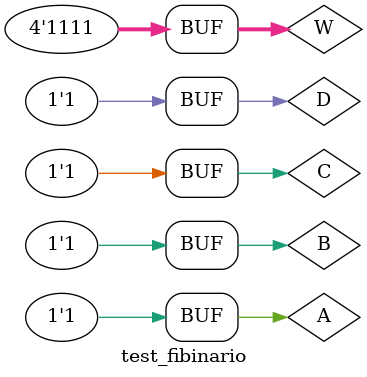
<source format=sv>
`timescale 1ns / 1ps


module test_fibinario();
    logic A, B, C, D;
    logic X;
    logic [3:0] W;
    assign {A,B,C,D} = W;
    
    fib_rec DUT(
        .A (A),
        .B (B),
        .C (C),
        .D (D),
        .X (X)
    );
    
    initial begin
        W=4'b0000;
        #1
        W=4'b0001;
        #1
        W=4'b0010;
        #1
        W=4'b0011;
        #1
        W=4'b0100;
        #1
        W=4'b0101;
        #1
        W=4'b0110;
        #1
        W=4'b0111;
        #1
        W=4'b1000;
        #1
        W=4'b1001;
        #1
        W=4'b1010;
        #1
        W=4'b1011;
        #1
        W=4'b1100;
        #1
        W=4'b1101;
        #1
        W=4'b1110;
        #1
        W=4'b1111;
        
     end
endmodule

</source>
